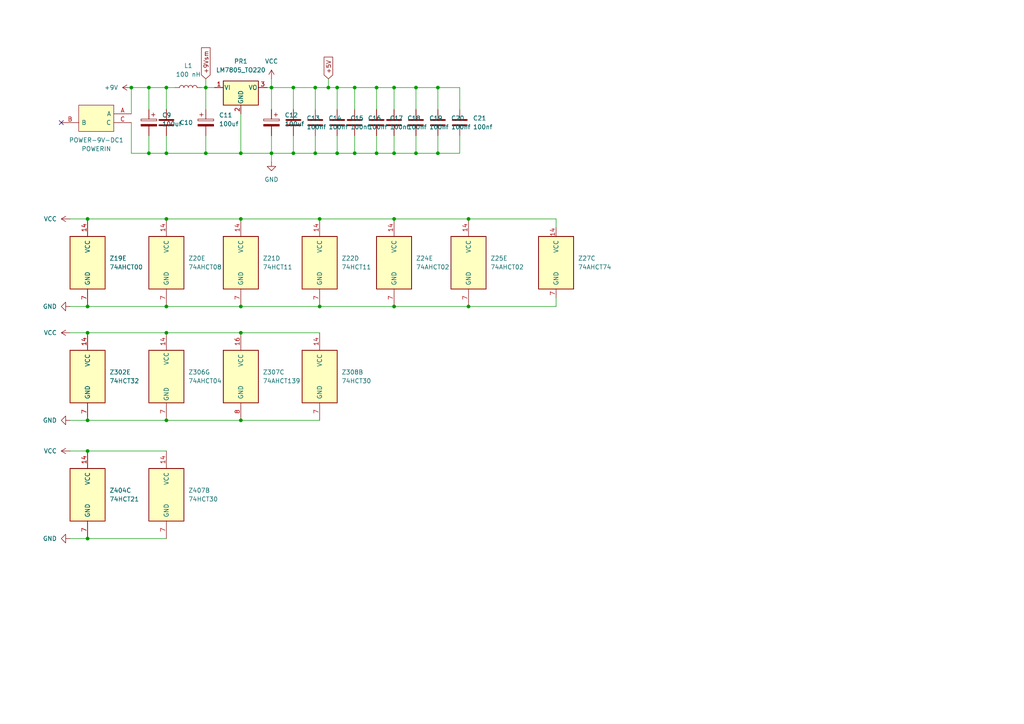
<source format=kicad_sch>
(kicad_sch (version 20211123) (generator eeschema)
  (paper "A4")
  (title_block (title "ACE4NOKB") (date "2020-04-30") (rev "Alpha") (company "Ontobus") (comment 1 "John Bradley") (comment 2 "https://creativecommons.org/licenses/by-nc-sa/4.0/") (comment 3 "Attribution-NonCommercial-ShareAlike 4.0 International License.") (comment 4 "This work is licensed under a Creative Commons "))
  (lib_symbols
    (symbol "74xx-FIX:74LS21" (pin_names (offset 1.016))
      (property "Reference" "U" (at 0 1.27 0))
      (property "Value" "74LS21" (at 0 -1.27 0))
      (symbol "74LS21_1_0"
        (pin no_connect line (at 2.54 -2.54 180) (length 2.54) hide (name "") (number "11"))
        (pin no_connect line (at 2.54 -1.27 180) (length 2.54) hide (name "") (number "3"))
      )
      (symbol "74LS21_1_1"
        (pin input line (at -7.62 3.81 0) (length 3.81) (name "~") (number "1"))
        (pin input line (at -7.62 1.27 0) (length 3.81) (name "~") (number "2"))
        (pin input line (at -7.62 -1.27 0) (length 3.81) (name "~") (number "4"))
        (pin input line (at -7.62 -3.81 0) (length 3.81) (name "~") (number "5"))
        (pin output line (at 7.62 0 180) (length 3.81) (name "~") (number "6"))
      )
      (symbol "74LS21_1_2"
        (pin input inverted (at -7.62 3.81 0) (length 3.81) (name "~") (number "1"))
        (pin input inverted (at -7.62 1.27 0) (length 4.826) (name "~") (number "2"))
        (pin input inverted (at -7.62 -1.27 0) (length 4.826) (name "~") (number "4"))
        (pin input inverted (at -7.62 -3.81 0) (length 3.81) (name "~") (number "5"))
        (pin output inverted (at 7.62 0 180) (length 3.81) (name "~") (number "6"))
      )
      (symbol "74LS21_2_1"
        (pin input line (at -7.62 1.27 0) (length 3.81) (name "~") (number "10"))
        (pin input line (at -7.62 -1.27 0) (length 3.81) (name "~") (number "12"))
        (pin input line (at -7.62 -3.81 0) (length 3.81) (name "~") (number "13"))
        (pin output line (at 7.62 0 180) (length 3.81) (name "~") (number "8"))
        (pin input line (at -7.62 3.81 0) (length 3.81) (name "~") (number "9"))
      )
      (symbol "74LS21_2_2"
        (pin input inverted (at -7.62 1.27 0) (length 4.826) (name "~") (number "10"))
        (pin input inverted (at -7.62 -1.27 0) (length 4.826) (name "~") (number "12"))
        (pin input inverted (at -7.62 -3.81 0) (length 3.81) (name "~") (number "13"))
        (pin output inverted (at 7.62 0 180) (length 3.81) (name "~") (number "8"))
        (pin input inverted (at -7.62 3.81 0) (length 3.81) (name "~") (number "9"))
      )
      (symbol "74LS21_3_0"
        (pin power_in line (at 0 12.7 270) (length 5.08) (name "VCC") (number "14"))
        (pin power_in line (at 0 -12.7 90) (length 5.08) (name "GND") (number "7"))
      )
    )
    (symbol "74xx-FIX:74LS30" (pin_names (offset 1.016))
      (property "Reference" "U" (at 0 1.27 0))
      (property "Value" "74LS30" (at 0 -1.27 0))
      (symbol "74LS30_1_0"
        (pin no_connect line (at 0 -5.08 0) (length 2.54) hide (name "") (number "10"))
        (pin no_connect line (at -1.27 -6.35 0) (length 2.54) hide (name "") (number "13"))
        (pin no_connect line (at 0 -6.35 0) (length 2.54) hide (name "") (number "9"))
      )
      (symbol "74LS30_1_1"
        (pin input line (at -7.62 7.62 0) (length 3.81) (name "~") (number "1"))
        (pin input line (at -7.62 -7.62 0) (length 3.81) (name "~") (number "11"))
        (pin input line (at -7.62 -10.16 0) (length 3.81) (name "~") (number "12"))
        (pin input line (at -7.62 5.08 0) (length 3.81) (name "~") (number "2"))
        (pin input line (at -7.62 2.54 0) (length 3.81) (name "~") (number "3"))
        (pin input line (at -7.62 0 0) (length 3.81) (name "~") (number "4"))
        (pin input line (at -7.62 -2.54 0) (length 3.81) (name "~") (number "5"))
        (pin input line (at -7.62 -5.08 0) (length 3.81) (name "~") (number "6"))
        (pin output inverted (at 7.62 0 180) (length 3.81) (name "~") (number "8"))
      )
      (symbol "74LS30_1_2"
        (pin input inverted (at -7.62 7.62 0) (length 3.81) (name "~") (number "1"))
        (pin input inverted (at -7.62 -7.62 0) (length 3.81) (name "~") (number "11"))
        (pin input inverted (at -7.62 -10.16 0) (length 3.81) (name "~") (number "12"))
        (pin input inverted (at -7.62 5.08 0) (length 3.81) (name "~") (number "2"))
        (pin input inverted (at -7.62 2.54 0) (length 4.5466) (name "~") (number "3"))
        (pin input inverted (at -7.62 0 0) (length 5.08) (name "~") (number "4"))
        (pin input inverted (at -7.62 -2.54 0) (length 4.5466) (name "~") (number "5"))
        (pin input inverted (at -7.62 -5.08 0) (length 3.81) (name "~") (number "6"))
        (pin output line (at 7.62 0 180) (length 3.81) (name "~") (number "8"))
      )
      (symbol "74LS30_2_0"
        (pin power_in line (at 0 12.7 270) (length 5.08) (name "VCC") (number "14"))
        (pin power_in line (at 0 -12.7 90) (length 5.08) (name "GND") (number "7"))
      )
    )
    (symbol "74xx:74LS00" (pin_names (offset 1.016))
      (property "Reference" "U" (at 0 1.27 0))
      (property "Value" "74LS00" (at 0 -1.27 0))
      (symbol "74LS00_1_1"
        (pin input line (at -7.62 2.54 0) (length 3.81) (name "~") (number "1"))
        (pin input line (at -7.62 -2.54 0) (length 3.81) (name "~") (number "2"))
        (pin output inverted (at 7.62 0 180) (length 3.81) (name "~") (number "3"))
      )
      (symbol "74LS00_1_2"
        (pin input inverted (at -7.62 2.54 0) (length 4.318) (name "~") (number "1"))
        (pin input inverted (at -7.62 -2.54 0) (length 4.318) (name "~") (number "2"))
        (pin output line (at 7.62 0 180) (length 3.81) (name "~") (number "3"))
      )
      (symbol "74LS00_2_1"
        (pin input line (at -7.62 2.54 0) (length 3.81) (name "~") (number "4"))
        (pin input line (at -7.62 -2.54 0) (length 3.81) (name "~") (number "5"))
        (pin output inverted (at 7.62 0 180) (length 3.81) (name "~") (number "6"))
      )
      (symbol "74LS00_2_2"
        (pin input inverted (at -7.62 2.54 0) (length 4.318) (name "~") (number "4"))
        (pin input inverted (at -7.62 -2.54 0) (length 4.318) (name "~") (number "5"))
        (pin output line (at 7.62 0 180) (length 3.81) (name "~") (number "6"))
      )
      (symbol "74LS00_3_1"
        (pin input line (at -7.62 -2.54 0) (length 3.81) (name "~") (number "10"))
        (pin output inverted (at 7.62 0 180) (length 3.81) (name "~") (number "8"))
        (pin input line (at -7.62 2.54 0) (length 3.81) (name "~") (number "9"))
      )
      (symbol "74LS00_3_2"
        (pin input inverted (at -7.62 -2.54 0) (length 4.318) (name "~") (number "10"))
        (pin output line (at 7.62 0 180) (length 3.81) (name "~") (number "8"))
        (pin input inverted (at -7.62 2.54 0) (length 4.318) (name "~") (number "9"))
      )
      (symbol "74LS00_4_1"
        (pin output inverted (at 7.62 0 180) (length 3.81) (name "~") (number "11"))
        (pin input line (at -7.62 2.54 0) (length 3.81) (name "~") (number "12"))
        (pin input line (at -7.62 -2.54 0) (length 3.81) (name "~") (number "13"))
      )
      (symbol "74LS00_4_2"
        (pin output line (at 7.62 0 180) (length 3.81) (name "~") (number "11"))
        (pin input inverted (at -7.62 2.54 0) (length 4.318) (name "~") (number "12"))
        (pin input inverted (at -7.62 -2.54 0) (length 4.318) (name "~") (number "13"))
      )
      (symbol "74LS00_5_0"
        (pin power_in line (at 0 12.7 270) (length 5.08) (name "VCC") (number "14"))
        (pin power_in line (at 0 -12.7 90) (length 5.08) (name "GND") (number "7"))
      )
    )
    (symbol "74xx:74LS02" (pin_names (offset 1.016))
      (property "Reference" "U" (at 0 1.27 0))
      (property "Value" "74LS02" (at 0 -1.27 0))
      (symbol "74LS02_1_1"
        (pin output inverted (at 7.62 0 180) (length 3.81) (name "~") (number "1"))
        (pin input line (at -7.62 2.54 0) (length 4.318) (name "~") (number "2"))
        (pin input line (at -7.62 -2.54 0) (length 4.318) (name "~") (number "3"))
      )
      (symbol "74LS02_1_2"
        (pin output line (at 7.62 0 180) (length 3.81) (name "~") (number "1"))
        (pin input inverted (at -7.62 2.54 0) (length 3.81) (name "~") (number "2"))
        (pin input inverted (at -7.62 -2.54 0) (length 3.81) (name "~") (number "3"))
      )
      (symbol "74LS02_2_1"
        (pin output inverted (at 7.62 0 180) (length 3.81) (name "~") (number "4"))
        (pin input line (at -7.62 2.54 0) (length 4.318) (name "~") (number "5"))
        (pin input line (at -7.62 -2.54 0) (length 4.318) (name "~") (number "6"))
      )
      (symbol "74LS02_2_2"
        (pin output line (at 7.62 0 180) (length 3.81) (name "~") (number "4"))
        (pin input inverted (at -7.62 2.54 0) (length 3.81) (name "~") (number "5"))
        (pin input inverted (at -7.62 -2.54 0) (length 3.81) (name "~") (number "6"))
      )
      (symbol "74LS02_3_1"
        (pin output inverted (at 7.62 0 180) (length 3.81) (name "~") (number "10"))
        (pin input line (at -7.62 2.54 0) (length 4.318) (name "~") (number "8"))
        (pin input line (at -7.62 -2.54 0) (length 4.318) (name "~") (number "9"))
      )
      (symbol "74LS02_3_2"
        (pin output line (at 7.62 0 180) (length 3.81) (name "~") (number "10"))
        (pin input inverted (at -7.62 2.54 0) (length 3.81) (name "~") (number "8"))
        (pin input inverted (at -7.62 -2.54 0) (length 3.81) (name "~") (number "9"))
      )
      (symbol "74LS02_4_1"
        (pin input line (at -7.62 2.54 0) (length 4.318) (name "~") (number "11"))
        (pin input line (at -7.62 -2.54 0) (length 4.318) (name "~") (number "12"))
        (pin output inverted (at 7.62 0 180) (length 3.81) (name "~") (number "13"))
      )
      (symbol "74LS02_4_2"
        (pin input inverted (at -7.62 2.54 0) (length 3.81) (name "~") (number "11"))
        (pin input inverted (at -7.62 -2.54 0) (length 3.81) (name "~") (number "12"))
        (pin output line (at 7.62 0 180) (length 3.81) (name "~") (number "13"))
      )
      (symbol "74LS02_5_0"
        (pin power_in line (at 0 12.7 270) (length 5.08) (name "VCC") (number "14"))
        (pin power_in line (at 0 -12.7 90) (length 5.08) (name "GND") (number "7"))
      )
    )
    (symbol "74xx:74LS04"
      (property "Reference" "U" (at 0 1.27 0))
      (property "Value" "74LS04" (at 0 -1.27 0))
      (symbol "74LS04_1_0"
        (pin input line (at -7.62 0 0) (length 3.81) (name "~") (number "1"))
        (pin output inverted (at 7.62 0 180) (length 3.81) (name "~") (number "2"))
      )
      (symbol "74LS04_2_0"
        (pin input line (at -7.62 0 0) (length 3.81) (name "~") (number "3"))
        (pin output inverted (at 7.62 0 180) (length 3.81) (name "~") (number "4"))
      )
      (symbol "74LS04_3_0"
        (pin input line (at -7.62 0 0) (length 3.81) (name "~") (number "5"))
        (pin output inverted (at 7.62 0 180) (length 3.81) (name "~") (number "6"))
      )
      (symbol "74LS04_4_0"
        (pin output inverted (at 7.62 0 180) (length 3.81) (name "~") (number "8"))
        (pin input line (at -7.62 0 0) (length 3.81) (name "~") (number "9"))
      )
      (symbol "74LS04_5_0"
        (pin output inverted (at 7.62 0 180) (length 3.81) (name "~") (number "10"))
        (pin input line (at -7.62 0 0) (length 3.81) (name "~") (number "11"))
      )
      (symbol "74LS04_6_0"
        (pin output inverted (at 7.62 0 180) (length 3.81) (name "~") (number "12"))
        (pin input line (at -7.62 0 0) (length 3.81) (name "~") (number "13"))
      )
      (symbol "74LS04_7_0"
        (pin power_in line (at 0 12.7 270) (length 5.08) (name "VCC") (number "14"))
        (pin power_in line (at 0 -12.7 90) (length 5.08) (name "GND") (number "7"))
      )
    )
    (symbol "74xx:74LS08" (pin_names (offset 1.016))
      (property "Reference" "U" (at 0 1.27 0))
      (property "Value" "74LS08" (at 0 -1.27 0))
      (symbol "74LS08_1_1"
        (pin input line (at -7.62 2.54 0) (length 3.81) (name "~") (number "1"))
        (pin input line (at -7.62 -2.54 0) (length 3.81) (name "~") (number "2"))
        (pin output line (at 7.62 0 180) (length 3.81) (name "~") (number "3"))
      )
      (symbol "74LS08_1_2"
        (pin input inverted (at -7.62 2.54 0) (length 4.318) (name "~") (number "1"))
        (pin input inverted (at -7.62 -2.54 0) (length 4.318) (name "~") (number "2"))
        (pin output inverted (at 7.62 0 180) (length 3.81) (name "~") (number "3"))
      )
      (symbol "74LS08_2_1"
        (pin input line (at -7.62 2.54 0) (length 3.81) (name "~") (number "4"))
        (pin input line (at -7.62 -2.54 0) (length 3.81) (name "~") (number "5"))
        (pin output line (at 7.62 0 180) (length 3.81) (name "~") (number "6"))
      )
      (symbol "74LS08_2_2"
        (pin input inverted (at -7.62 2.54 0) (length 4.318) (name "~") (number "4"))
        (pin input inverted (at -7.62 -2.54 0) (length 4.318) (name "~") (number "5"))
        (pin output inverted (at 7.62 0 180) (length 3.81) (name "~") (number "6"))
      )
      (symbol "74LS08_3_1"
        (pin input line (at -7.62 -2.54 0) (length 3.81) (name "~") (number "10"))
        (pin output line (at 7.62 0 180) (length 3.81) (name "~") (number "8"))
        (pin input line (at -7.62 2.54 0) (length 3.81) (name "~") (number "9"))
      )
      (symbol "74LS08_3_2"
        (pin input inverted (at -7.62 -2.54 0) (length 4.318) (name "~") (number "10"))
        (pin output inverted (at 7.62 0 180) (length 3.81) (name "~") (number "8"))
        (pin input inverted (at -7.62 2.54 0) (length 4.318) (name "~") (number "9"))
      )
      (symbol "74LS08_4_1"
        (pin output line (at 7.62 0 180) (length 3.81) (name "~") (number "11"))
        (pin input line (at -7.62 2.54 0) (length 3.81) (name "~") (number "12"))
        (pin input line (at -7.62 -2.54 0) (length 3.81) (name "~") (number "13"))
      )
      (symbol "74LS08_4_2"
        (pin output inverted (at 7.62 0 180) (length 3.81) (name "~") (number "11"))
        (pin input inverted (at -7.62 2.54 0) (length 4.318) (name "~") (number "12"))
        (pin input inverted (at -7.62 -2.54 0) (length 4.318) (name "~") (number "13"))
      )
      (symbol "74LS08_5_0"
        (pin power_in line (at 0 12.7 270) (length 5.08) (name "VCC") (number "14"))
        (pin power_in line (at 0 -12.7 90) (length 5.08) (name "GND") (number "7"))
      )
    )
    (symbol "74xx:74LS11" (pin_names (offset 1.016))
      (property "Reference" "U" (at 0 1.27 0))
      (property "Value" "74LS11" (at 0 -1.27 0))
      (symbol "74LS11_1_1"
        (pin input line (at -7.62 2.54 0) (length 3.81) (name "~") (number "1"))
        (pin output line (at 7.62 0 180) (length 3.81) (name "~") (number "12"))
        (pin input line (at -7.62 -2.54 0) (length 3.81) (name "~") (number "13"))
        (pin input line (at -7.62 0 0) (length 3.81) (name "~") (number "2"))
      )
      (symbol "74LS11_1_2"
        (pin input inverted (at -7.62 2.54 0) (length 4.318) (name "~") (number "1"))
        (pin output inverted (at 7.62 0 180) (length 3.81) (name "~") (number "12"))
        (pin input inverted (at -7.62 -2.54 0) (length 4.318) (name "~") (number "13"))
        (pin input inverted (at -7.62 0 0) (length 4.953) (name "~") (number "2"))
      )
      (symbol "74LS11_2_1"
        (pin input line (at -7.62 2.54 0) (length 3.81) (name "~") (number "3"))
        (pin input line (at -7.62 0 0) (length 3.81) (name "~") (number "4"))
        (pin input line (at -7.62 -2.54 0) (length 3.81) (name "~") (number "5"))
        (pin output line (at 7.62 0 180) (length 3.81) (name "~") (number "6"))
      )
      (symbol "74LS11_2_2"
        (pin input inverted (at -7.62 2.54 0) (length 4.318) (name "~") (number "3"))
        (pin input inverted (at -7.62 0 0) (length 4.953) (name "~") (number "4"))
        (pin input inverted (at -7.62 -2.54 0) (length 4.318) (name "~") (number "5"))
        (pin output inverted (at 7.62 0 180) (length 3.81) (name "~") (number "6"))
      )
      (symbol "74LS11_3_1"
        (pin input line (at -7.62 0 0) (length 3.81) (name "~") (number "10"))
        (pin input line (at -7.62 -2.54 0) (length 3.81) (name "~") (number "11"))
        (pin output line (at 7.62 0 180) (length 3.81) (name "~") (number "8"))
        (pin input line (at -7.62 2.54 0) (length 3.81) (name "~") (number "9"))
      )
      (symbol "74LS11_3_2"
        (pin input inverted (at -7.62 0 0) (length 4.953) (name "~") (number "10"))
        (pin input inverted (at -7.62 -2.54 0) (length 4.318) (name "~") (number "11"))
        (pin output inverted (at 7.62 0 180) (length 3.81) (name "~") (number "8"))
        (pin input inverted (at -7.62 2.54 0) (length 4.318) (name "~") (number "9"))
      )
      (symbol "74LS11_4_0"
        (pin power_in line (at 0 12.7 270) (length 5.08) (name "VCC") (number "14"))
        (pin power_in line (at 0 -12.7 90) (length 5.08) (name "GND") (number "7"))
      )
    )
    (symbol "74xx:74LS139" (pin_names (offset 1.016))
      (property "Reference" "U" (at -7.62 8.89 0))
      (property "Value" "74LS139" (at -7.62 -8.89 0))
      (symbol "74LS139_1_0"
        (pin input inverted (at -12.7 -5.08 0) (length 5.08) (name "E") (number "1"))
        (pin input line (at -12.7 0 0) (length 5.08) (name "A0") (number "2"))
        (pin input line (at -12.7 2.54 0) (length 5.08) (name "A1") (number "3"))
        (pin output inverted (at 12.7 2.54 180) (length 5.08) (name "O0") (number "4"))
        (pin output inverted (at 12.7 0 180) (length 5.08) (name "O1") (number "5"))
        (pin output inverted (at 12.7 -2.54 180) (length 5.08) (name "O2") (number "6"))
        (pin output inverted (at 12.7 -5.08 180) (length 5.08) (name "O3") (number "7"))
      )
      (symbol "74LS139_2_0"
        (pin output inverted (at 12.7 -2.54 180) (length 5.08) (name "O2") (number "10"))
        (pin output inverted (at 12.7 0 180) (length 5.08) (name "O1") (number "11"))
        (pin output inverted (at 12.7 2.54 180) (length 5.08) (name "O0") (number "12"))
        (pin input line (at -12.7 2.54 0) (length 5.08) (name "A1") (number "13"))
        (pin input line (at -12.7 0 0) (length 5.08) (name "A0") (number "14"))
        (pin input inverted (at -12.7 -5.08 0) (length 5.08) (name "E") (number "15"))
        (pin output inverted (at 12.7 -5.08 180) (length 5.08) (name "O3") (number "9"))
      )
      (symbol "74LS139_3_0"
        (pin power_in line (at 0 12.7 270) (length 5.08) (name "VCC") (number "16"))
        (pin power_in line (at 0 -12.7 90) (length 5.08) (name "GND") (number "8"))
      )
    )
    (symbol "74xx:74LS32" (pin_names (offset 1.016))
      (property "Reference" "U" (at 0 1.27 0))
      (property "Value" "74LS32" (at 0 -1.27 0))
      (symbol "74LS32_1_1"
        (pin input line (at -7.62 2.54 0) (length 4.318) (name "~") (number "1"))
        (pin input line (at -7.62 -2.54 0) (length 4.318) (name "~") (number "2"))
        (pin output line (at 7.62 0 180) (length 3.81) (name "~") (number "3"))
      )
      (symbol "74LS32_1_2"
        (pin input inverted (at -7.62 2.54 0) (length 3.81) (name "~") (number "1"))
        (pin input inverted (at -7.62 -2.54 0) (length 3.81) (name "~") (number "2"))
        (pin output inverted (at 7.62 0 180) (length 3.81) (name "~") (number "3"))
      )
      (symbol "74LS32_2_1"
        (pin input line (at -7.62 2.54 0) (length 4.318) (name "~") (number "4"))
        (pin input line (at -7.62 -2.54 0) (length 4.318) (name "~") (number "5"))
        (pin output line (at 7.62 0 180) (length 3.81) (name "~") (number "6"))
      )
      (symbol "74LS32_2_2"
        (pin input inverted (at -7.62 2.54 0) (length 3.81) (name "~") (number "4"))
        (pin input inverted (at -7.62 -2.54 0) (length 3.81) (name "~") (number "5"))
        (pin output inverted (at 7.62 0 180) (length 3.81) (name "~") (number "6"))
      )
      (symbol "74LS32_3_1"
        (pin input line (at -7.62 -2.54 0) (length 4.318) (name "~") (number "10"))
        (pin output line (at 7.62 0 180) (length 3.81) (name "~") (number "8"))
        (pin input line (at -7.62 2.54 0) (length 4.318) (name "~") (number "9"))
      )
      (symbol "74LS32_3_2"
        (pin input inverted (at -7.62 -2.54 0) (length 3.81) (name "~") (number "10"))
        (pin output inverted (at 7.62 0 180) (length 3.81) (name "~") (number "8"))
        (pin input inverted (at -7.62 2.54 0) (length 3.81) (name "~") (number "9"))
      )
      (symbol "74LS32_4_1"
        (pin output line (at 7.62 0 180) (length 3.81) (name "~") (number "11"))
        (pin input line (at -7.62 2.54 0) (length 4.318) (name "~") (number "12"))
        (pin input line (at -7.62 -2.54 0) (length 4.318) (name "~") (number "13"))
      )
      (symbol "74LS32_4_2"
        (pin output inverted (at 7.62 0 180) (length 3.81) (name "~") (number "11"))
        (pin input inverted (at -7.62 2.54 0) (length 3.81) (name "~") (number "12"))
        (pin input inverted (at -7.62 -2.54 0) (length 3.81) (name "~") (number "13"))
      )
      (symbol "74LS32_5_0"
        (pin power_in line (at 0 12.7 270) (length 5.08) (name "VCC") (number "14"))
        (pin power_in line (at 0 -12.7 90) (length 5.08) (name "GND") (number "7"))
      )
    )
    (symbol "74xx:74LS74" (pin_names (offset 1.016))
      (property "Reference" "U" (at -7.62 8.89 0))
      (property "Value" "74LS74" (at -7.62 -8.89 0))
      (symbol "74LS74_1_0"
        (pin input line (at 0 -7.62 90) (length 2.54) (name "~{R}") (number "1"))
        (pin input line (at -7.62 2.54 0) (length 2.54) (name "D") (number "2"))
        (pin input clock (at -7.62 0 0) (length 2.54) (name "C") (number "3"))
        (pin input line (at 0 7.62 270) (length 2.54) (name "~{S}") (number "4"))
        (pin output line (at 7.62 2.54 180) (length 2.54) (name "Q") (number "5"))
        (pin output line (at 7.62 -2.54 180) (length 2.54) (name "~{Q}") (number "6"))
      )
      (symbol "74LS74_2_0"
        (pin input line (at 0 7.62 270) (length 2.54) (name "~{S}") (number "10"))
        (pin input clock (at -7.62 0 0) (length 2.54) (name "C") (number "11"))
        (pin input line (at -7.62 2.54 0) (length 2.54) (name "D") (number "12"))
        (pin input line (at 0 -7.62 90) (length 2.54) (name "~{R}") (number "13"))
        (pin output line (at 7.62 -2.54 180) (length 2.54) (name "~{Q}") (number "8"))
        (pin output line (at 7.62 2.54 180) (length 2.54) (name "Q") (number "9"))
      )
      (symbol "74LS74_3_0"
        (pin power_in line (at 0 10.16 270) (length 2.54) (name "VCC") (number "14"))
        (pin power_in line (at 0 -10.16 90) (length 2.54) (name "GND") (number "7"))
      )
    )
    (symbol "Device:C" (pin_numbers hide) (pin_names (offset 0.254))
      (property "Reference" "C" (at 0.635 2.54 0))
      (property "Value" "C" (at 0.635 -2.54 0))
      (symbol "C_1_1"
        (pin passive line (at 0 3.81 270) (length 2.794) (name "~") (number "1"))
        (pin passive line (at 0 -3.81 90) (length 2.794) (name "~") (number "2"))
      )
    )
    (symbol "Device:C_Polarized" (pin_numbers hide) (pin_names (offset 0.254))
      (property "Reference" "C" (at 0.635 2.54 0))
      (property "Value" "C_Polarized" (at 0.635 -2.54 0))
      (symbol "C_Polarized_1_1"
        (pin passive line (at 0 3.81 270) (length 2.794) (name "~") (number "1"))
        (pin passive line (at 0 -3.81 90) (length 2.794) (name "~") (number "2"))
      )
    )
    (symbol "ExtraSymbols:163-179PH-EX" (pin_names (offset 0.762))
      (property "Reference" "J" (at 16.51 7.62 0))
      (property "Value" "163-179PH-EX" (at 16.51 5.08 0))
      (symbol "163-179PH-EX_0_0"
        (pin power_out line (at 20.32 -2.54 180) (length 5.08) (name "A") (number "A"))
        (pin power_out line (at 0 0 0) (length 5.08) (name "B") (number "B"))
        (pin power_out line (at 20.32 0 180) (length 5.08) (name "C") (number "C"))
      )
    )
    (symbol "ExtraSymbols:L(PSU)" (pin_numbers hide) (pin_names (offset 1.016) hide)
      (property "Reference" "L" (at -1.27 0 90))
      (property "Value" "L(PSU)" (at 1.905 0 90))
      (symbol "L(PSU)_1_1"
        (pin power_in line (at 0 3.81 270) (length 1.27) (name "1") (number "1"))
        (pin power_out line (at 0 -3.81 90) (length 1.27) (name "2") (number "2"))
      )
    )
    (symbol "Regulator_Linear:LM7805_TO220" (pin_names (offset 0.254))
      (property "Reference" "U" (at -3.81 3.175 0))
      (property "Value" "LM7805_TO220" (at 0 3.175 0))
      (symbol "LM7805_TO220_1_1"
        (pin power_in line (at -7.62 0 0) (length 2.54) (name "VI") (number "1"))
        (pin power_in line (at 0 -7.62 90) (length 2.54) (name "GND") (number "2"))
        (pin power_out line (at 7.62 0 180) (length 2.54) (name "VO") (number "3"))
      )
    )
    (symbol "power:+9V" (power) (pin_names (offset 0))
      (property "Value" "+9V" (at 0 3.556 0))
      (symbol "+9V_1_1"
        (pin power_in line (at 0 0 90) (length 0) hide (name "+9V") (number "1"))
      )
    )
    (symbol "power:GND" (power) (pin_names (offset 0))
      (property "Value" "GND" (at 0 -3.81 0))
      (symbol "GND_1_1"
        (pin power_in line (at 0 0 270) (length 0) hide (name "GND") (number "1"))
      )
    )
    (symbol "power:VCC" (power) (pin_names (offset 0))
      (property "Value" "VCC" (at 0 3.81 0))
      (symbol "VCC_1_1"
        (pin power_in line (at 0 0 90) (length 0) hide (name "VCC") (number "1"))
      )
    )
  )
  (junction (at 95.25 25.4))
  (junction (at 91.44 44.45))
  (junction (at 135.89 88.9))
  (junction (at 48.26 44.45))
  (junction (at 69.85 44.45))
  (junction (at 109.22 44.45))
  (junction (at 102.87 25.4))
  (junction (at 114.3 44.45))
  (junction (at 59.69 44.45))
  (junction (at 69.85 121.92))
  (junction (at 97.79 44.45))
  (junction (at 48.26 96.52))
  (junction (at 85.09 44.45))
  (junction (at 127 44.45))
  (junction (at 127 25.4))
  (junction (at 114.3 63.5))
  (junction (at 48.26 88.9))
  (junction (at 59.69 25.4))
  (junction (at 85.09 25.4))
  (junction (at 78.74 25.4))
  (junction (at 78.74 44.45))
  (junction (at 38.1 25.4))
  (junction (at 48.26 63.5))
  (junction (at 114.3 88.9))
  (junction (at 69.85 63.5))
  (junction (at 43.18 25.4))
  (junction (at 25.4 63.5))
  (junction (at 120.65 25.4))
  (junction (at 135.89 63.5))
  (junction (at 43.18 44.45))
  (junction (at 48.26 121.92))
  (junction (at 25.4 156.21))
  (junction (at 25.4 130.81))
  (junction (at 69.85 88.9))
  (junction (at 25.4 88.9))
  (junction (at 120.65 44.45))
  (junction (at 25.4 121.92))
  (junction (at 91.44 25.4))
  (junction (at 92.71 88.9))
  (junction (at 102.87 44.45))
  (junction (at 92.71 63.5))
  (junction (at 109.22 25.4))
  (junction (at 69.85 96.52))
  (junction (at 25.4 96.52))
  (junction (at 114.3 25.4))
  (junction (at 48.26 25.4))
  (junction (at 97.79 25.4))
  (no_connect (at 17.78 35.56))
  (wire (pts (xy 120.65 25.4) (xy 127 25.4)))
  (wire (pts (xy 161.29 86.36) (xy 161.29 88.9)))
  (wire (pts (xy 127 25.4) (xy 127 31.75)))
  (wire (pts (xy 85.09 44.45) (xy 91.44 44.45)))
  (wire (pts (xy 20.32 88.9) (xy 25.4 88.9)))
  (wire (pts (xy 20.32 96.52) (xy 25.4 96.52)))
  (wire (pts (xy 97.79 25.4) (xy 102.87 25.4)))
  (wire (pts (xy 25.4 88.9) (xy 48.26 88.9)))
  (wire (pts (xy 97.79 25.4) (xy 97.79 31.75)))
  (wire (pts (xy 102.87 39.37) (xy 102.87 44.45)))
  (wire (pts (xy 102.87 44.45) (xy 109.22 44.45)))
  (wire (pts (xy 102.87 25.4) (xy 102.87 31.75)))
  (wire (pts (xy 135.89 88.9) (xy 161.29 88.9)))
  (wire (pts (xy 95.25 22.86) (xy 95.25 25.4)))
  (wire (pts (xy 109.22 44.45) (xy 114.3 44.45)))
  (wire (pts (xy 43.18 39.37) (xy 43.18 44.45)))
  (wire (pts (xy 38.1 35.56) (xy 38.1 44.45)))
  (wire (pts (xy 25.4 63.5) (xy 48.26 63.5)))
  (wire (pts (xy 92.71 63.5) (xy 114.3 63.5)))
  (wire (pts (xy 69.85 96.52) (xy 92.71 96.52)))
  (wire (pts (xy 133.35 25.4) (xy 133.35 31.75)))
  (wire (pts (xy 48.26 121.92) (xy 69.85 121.92)))
  (wire (pts (xy 78.74 39.37) (xy 78.74 44.45)))
  (wire (pts (xy 95.25 25.4) (xy 97.79 25.4)))
  (wire (pts (xy 78.74 22.86) (xy 78.74 25.4)))
  (wire (pts (xy 120.65 44.45) (xy 127 44.45)))
  (wire (pts (xy 91.44 25.4) (xy 91.44 31.75)))
  (wire (pts (xy 78.74 31.75) (xy 78.74 25.4)))
  (wire (pts (xy 25.4 96.52) (xy 48.26 96.52)))
  (wire (pts (xy 78.74 46.99) (xy 78.74 44.45)))
  (wire (pts (xy 97.79 44.45) (xy 102.87 44.45)))
  (wire (pts (xy 69.85 63.5) (xy 92.71 63.5)))
  (wire (pts (xy 114.3 25.4) (xy 120.65 25.4)))
  (wire (pts (xy 48.26 39.37) (xy 48.26 44.45)))
  (wire (pts (xy 69.85 44.45) (xy 78.74 44.45)))
  (wire (pts (xy 25.4 130.81) (xy 48.26 130.81)))
  (wire (pts (xy 20.32 130.81) (xy 25.4 130.81)))
  (wire (pts (xy 91.44 39.37) (xy 91.44 44.45)))
  (wire (pts (xy 133.35 39.37) (xy 133.35 44.45)))
  (wire (pts (xy 102.87 25.4) (xy 109.22 25.4)))
  (wire (pts (xy 20.32 121.92) (xy 25.4 121.92)))
  (wire (pts (xy 135.89 63.5) (xy 161.29 63.5)))
  (wire (pts (xy 48.26 96.52) (xy 69.85 96.52)))
  (wire (pts (xy 92.71 88.9) (xy 114.3 88.9)))
  (wire (pts (xy 114.3 39.37) (xy 114.3 44.45)))
  (wire (pts (xy 62.23 25.4) (xy 59.69 25.4)))
  (wire (pts (xy 58.42 25.4) (xy 59.69 25.4)))
  (wire (pts (xy 48.26 88.9) (xy 69.85 88.9)))
  (wire (pts (xy 109.22 25.4) (xy 114.3 25.4)))
  (wire (pts (xy 50.8 25.4) (xy 48.26 25.4)))
  (wire (pts (xy 78.74 25.4) (xy 85.09 25.4)))
  (wire (pts (xy 120.65 25.4) (xy 120.65 31.75)))
  (wire (pts (xy 38.1 25.4) (xy 38.1 33.02)))
  (wire (pts (xy 20.32 156.21) (xy 25.4 156.21)))
  (wire (pts (xy 85.09 25.4) (xy 91.44 25.4)))
  (wire (pts (xy 85.09 25.4) (xy 85.09 31.75)))
  (wire (pts (xy 59.69 44.45) (xy 69.85 44.45)))
  (wire (pts (xy 48.26 44.45) (xy 43.18 44.45)))
  (wire (pts (xy 109.22 39.37) (xy 109.22 44.45)))
  (wire (pts (xy 91.44 25.4) (xy 95.25 25.4)))
  (wire (pts (xy 69.85 121.92) (xy 92.71 121.92)))
  (wire (pts (xy 109.22 25.4) (xy 109.22 31.75)))
  (wire (pts (xy 127 44.45) (xy 133.35 44.45)))
  (wire (pts (xy 120.65 39.37) (xy 120.65 44.45)))
  (wire (pts (xy 25.4 156.21) (xy 48.26 156.21)))
  (wire (pts (xy 77.47 25.4) (xy 78.74 25.4)))
  (wire (pts (xy 78.74 44.45) (xy 85.09 44.45)))
  (wire (pts (xy 43.18 25.4) (xy 48.26 25.4)))
  (wire (pts (xy 48.26 25.4) (xy 48.26 31.75)))
  (wire (pts (xy 97.79 39.37) (xy 97.79 44.45)))
  (wire (pts (xy 59.69 44.45) (xy 48.26 44.45)))
  (wire (pts (xy 114.3 44.45) (xy 120.65 44.45)))
  (wire (pts (xy 69.85 88.9) (xy 92.71 88.9)))
  (wire (pts (xy 69.85 33.02) (xy 69.85 44.45)))
  (wire (pts (xy 25.4 121.92) (xy 48.26 121.92)))
  (wire (pts (xy 59.69 25.4) (xy 59.69 31.75)))
  (wire (pts (xy 38.1 25.4) (xy 43.18 25.4)))
  (wire (pts (xy 43.18 44.45) (xy 38.1 44.45)))
  (wire (pts (xy 43.18 31.75) (xy 43.18 25.4)))
  (wire (pts (xy 85.09 39.37) (xy 85.09 44.45)))
  (wire (pts (xy 48.26 63.5) (xy 69.85 63.5)))
  (wire (pts (xy 127 39.37) (xy 127 44.45)))
  (wire (pts (xy 91.44 44.45) (xy 97.79 44.45)))
  (wire (pts (xy 127 25.4) (xy 133.35 25.4)))
  (wire (pts (xy 161.29 63.5) (xy 161.29 66.04)))
  (wire (pts (xy 114.3 88.9) (xy 135.89 88.9)))
  (wire (pts (xy 59.69 22.86) (xy 59.69 25.4)))
  (wire (pts (xy 59.69 39.37) (xy 59.69 44.45)))
  (wire (pts (xy 114.3 25.4) (xy 114.3 31.75)))
  (wire (pts (xy 20.32 63.5) (xy 25.4 63.5)))
  (wire (pts (xy 114.3 63.5) (xy 135.89 63.5)))
  (global_label "+9Vsm" (shape input) (at 59.69 22.86 90) (property "Intersheetrefs" "${INTERSHEET_REFS}" (at 59.6106 13.9439 90) (effects (justify left))))
  (global_label "+5V" (shape input) (at 95.25 22.86 90) (property "Intersheet References" "${INTERSHEET_REFS}" (at 95.1706 16.6653 90) (effects (justify left))))
  (symbol (lib_id "Device:C") (at 97.79 35.56 0) (unit 1)
    (property "Reference" "C15" (at 101.6 34.2899 0) (effects (justify left)))
    (property "Value" "100nf" (at 101.6 36.8299 0) (effects (justify left)))
    (property "Footprint" "Capacitor_THT:C_Disc_D3.0mm_W1.6mm_P2.50mm" (effects hide))
    (property "Description" "Vishay 100nF Multilayer Ceramic Capacitor MLCC 50V dc +~-10% X7R Dielectric Radial, Max. Temp. +125C" (effects hide))
    (property "Height" "3" (effects hide))
    (property "RS Part Number" "8523267" (effects hide))
    (property "RS Price/Stock" "http:/uk.rs-online.com/web/p/products/8523267" (effects hide))
    (property "Manufacturer_Name" "Vishay" (effects hide))
    (property "Manufacturer_Part_Number" "K104K10X7RF53H5" (effects hide))
    (property "Allied_Number" "70122995" (effects hide))
  )
  (symbol (lib_id "Device:C") (at 102.87 35.56 0) (unit 1)
    (property "Reference" "C16" (at 106.68 34.2899 0) (effects (justify left)))
    (property "Value" "100nf" (at 106.68 36.8299 0) (effects (justify left)))
    (property "Footprint" "Capacitor_THT:C_Disc_D3.0mm_W1.6mm_P2.50mm" (effects hide))
    (property "Description" "Vishay 100nF Multilayer Ceramic Capacitor MLCC 50V dc +~-10% X7R Dielectric Radial, Max. Temp. +125C" (effects hide))
    (property "Height" "3" (effects hide))
    (property "RS Part Number" "8523267" (effects hide))
    (property "RS Price/Stock" "http:/uk.rs-online.com/web/p/products/8523267" (effects hide))
    (property "Manufacturer_Name" "Vishay" (effects hide))
    (property "Manufacturer_Part_Number" "K104K10X7RF53H5" (effects hide))
    (property "Allied_Number" "70122995" (effects hide))
  )
  (symbol (lib_id "Device:C") (at 109.22 35.56 0) (unit 1)
    (property "Reference" "C17" (at 113.03 34.2899 0) (effects (justify left)))
    (property "Value" "100nf" (at 113.03 36.8299 0) (effects (justify left)))
    (property "Footprint" "Capacitor_THT:C_Disc_D3.0mm_W1.6mm_P2.50mm" (effects hide))
    (property "Description" "Vishay 100nF Multilayer Ceramic Capacitor MLCC 50V dc +~-10% X7R Dielectric Radial, Max. Temp. +125C" (effects hide))
    (property "Height" "3" (effects hide))
    (property "RS Part Number" "8523267" (effects hide))
    (property "RS Price/Stock" "http:/uk.rs-online.com/web/p/products/8523267" (effects hide))
    (property "Manufacturer_Name" "Vishay" (effects hide))
    (property "Manufacturer_Part_Number" "K104K10X7RF53H5" (effects hide))
    (property "Allied_Number" "70122995" (effects hide))
  )
  (symbol (lib_id "Device:C") (at 114.3 35.56 0) (unit 1)
    (property "Reference" "C18" (at 118.11 34.2899 0) (effects (justify left)))
    (property "Value" "100nf" (at 118.11 36.8299 0) (effects (justify left)))
    (property "Footprint" "Capacitor_THT:C_Disc_D3.0mm_W1.6mm_P2.50mm" (effects hide))
    (property "Description" "Vishay 100nF Multilayer Ceramic Capacitor MLCC 50V dc +~-10% X7R Dielectric Radial, Max. Temp. +125C" (effects hide))
    (property "Height" "3" (effects hide))
    (property "RS Part Number" "8523267" (effects hide))
    (property "RS Price/Stock" "http:/uk.rs-online.com/web/p/products/8523267" (effects hide))
    (property "Manufacturer_Name" "Vishay" (effects hide))
    (property "Manufacturer_Part_Number" "K104K10X7RF53H5" (effects hide))
    (property "Allied_Number" "70122995" (effects hide))
  )
  (symbol (lib_id "Device:C") (at 120.65 35.56 0) (unit 1)
    (property "Reference" "C19" (at 124.46 34.2899 0) (effects (justify left)))
    (property "Value" "100nf" (at 124.46 36.8299 0) (effects (justify left)))
    (property "Footprint" "Capacitor_THT:C_Disc_D3.0mm_W1.6mm_P2.50mm" (effects hide))
    (property "Description" "Vishay 100nF Multilayer Ceramic Capacitor MLCC 50V dc +~-10% X7R Dielectric Radial, Max. Temp. +125C" (effects hide))
    (property "Height" "3" (effects hide))
    (property "RS Part Number" "8523267" (effects hide))
    (property "RS Price/Stock" "http:/uk.rs-online.com/web/p/products/8523267" (effects hide))
    (property "Manufacturer_Name" "Vishay" (effects hide))
    (property "Manufacturer_Part_Number" "K104K10X7RF53H5" (effects hide))
    (property "Allied_Number" "70122995" (effects hide))
  )
  (symbol (lib_id "Device:C") (at 127 35.56 0) (unit 1)
    (property "Reference" "C20" (at 130.81 34.2899 0) (effects (justify left)))
    (property "Value" "100nf" (at 130.81 36.8299 0) (effects (justify left)))
    (property "Footprint" "Capacitor_THT:C_Disc_D3.0mm_W1.6mm_P2.50mm" (effects hide))
    (property "Description" "Vishay 100nF Multilayer Ceramic Capacitor MLCC 50V dc +~-10% X7R Dielectric Radial, Max. Temp. +125C" (effects hide))
    (property "Height" "3" (effects hide))
    (property "RS Part Number" "8523267" (effects hide))
    (property "RS Price/Stock" "http:/uk.rs-online.com/web/p/products/8523267" (effects hide))
    (property "Manufacturer_Name" "Vishay" (effects hide))
    (property "Manufacturer_Part_Number" "K104K10X7RF53H5" (effects hide))
    (property "Allied_Number" "70122995" (effects hide))
  )
  (symbol (lib_id "Device:C") (at 91.44 35.56 0) (unit 1)
    (property "Reference" "C14" (at 95.25 34.2899 0) (effects (justify left)))
    (property "Value" "100nf" (at 95.25 36.8299 0) (effects (justify left)))
    (property "Footprint" "Capacitor_THT:C_Disc_D3.0mm_W1.6mm_P2.50mm" (effects hide))
    (property "Description" "Vishay 100nF Multilayer Ceramic Capacitor MLCC 50V dc +~-10% X7R Dielectric Radial, Max. Temp. +125C" (effects hide))
    (property "Height" "3" (effects hide))
    (property "RS Part Number" "8523267" (effects hide))
    (property "RS Price/Stock" "http:/uk.rs-online.com/web/p/products/8523267" (effects hide))
    (property "Manufacturer_Name" "Vishay" (effects hide))
    (property "Manufacturer_Part_Number" "K104K10X7RF53H5" (effects hide))
    (property "Allied_Number" "70122995" (effects hide))
  )
  (symbol (lib_id "Device:C") (at 48.26 35.56 0) (unit 1)
    (property "Reference" "C10" (at 52.07 35.5599 0) (effects (justify left)))
    (property "Value" "100nf" (effects hide))
    (property "Footprint" "Capacitor_THT:C_Disc_D3.0mm_W1.6mm_P2.50mm" (effects hide))
    (property "Description" "Vishay 100nF Multilayer Ceramic Capacitor MLCC 50V dc +~-10% X7R Dielectric Radial, Max. Temp. +125C" (effects hide))
    (property "Height" "3" (effects hide))
    (property "RS Part Number" "8523267" (effects hide))
    (property "RS Price/Stock" "http:/uk.rs-online.com/web/p/products/8523267" (effects hide))
    (property "Manufacturer_Name" "Vishay" (effects hide))
    (property "Manufacturer_Part_Number" "K104K10X7RF53H5" (effects hide))
    (property "Allied_Number" "70122995" (effects hide))
  )
  (symbol (lib_id "ExtraSymbols:L(PSU)") (at 54.61 25.4 90) (unit 1)
    (property "Reference" "L1" (at 54.61 19.05 90))
    (property "Value" "100 nH" (at 54.61 21.59 90))
    (property "Footprint" "ExtraFootprints:KEMET_SBT_0260T" (effects hide))
    (property "Manufacturer_Name" "KEMET" (effects hide))
    (property "Manufacturer_Part_Number" "SBT-0260TF" (effects hide))
  )
  (symbol (lib_id "Device:C_Polarized") (at 43.18 35.56 0) (mirror y) (unit 1)
    (property "Reference" "C9" (at 46.99 33.4009 0) (effects (justify right)))
    (property "Value" "100uf" (at 46.99 35.9409 0) (effects (justify right)))
    (property "Footprint" "Capacitor_THT:CP_Radial_D5.0mm_P2.00mm" (effects hide))
    (property "Manufacturer_Name" "Wurth Elektronik" (effects hide))
    (property "Manufacturer_Part_Number" "860010372006" (effects hide))
  )
  (symbol (lib_id "Device:C_Polarized") (at 78.74 35.56 0) (mirror y) (unit 1)
    (property "Reference" "C12" (at 82.55 33.4009 0) (effects (justify right)))
    (property "Value" "100uf" (at 82.55 35.9409 0) (effects (justify right)))
    (property "Footprint" "Capacitor_THT:CP_Radial_D5.0mm_P2.00mm" (effects hide))
    (property "Manufacturer_Name" "Wurth Elektronik" (effects hide))
    (property "Manufacturer_Part_Number" "860010372006" (effects hide))
  )
  (symbol (lib_id "74xx:74LS139") (at 69.85 109.22 0) (mirror y) (unit 3)
    (property "Reference" "Z307" (at 76.2 107.9499 0) (effects (justify right)))
    (property "Value" "74AHCT139" (at 76.2 110.4899 0) (effects (justify right)))
    (property "Footprint" "Package_DIP:DIP-16_W7.62mm_Socket" (effects hide))
    (property "Datasheet" "http://www.ti.com/lit/ds/symlink/sn74ls139a.pdf" (effects hide))
    (property "Manufacturer_Name" "Texas Instruments" (effects hide))
    (property "Manufacturer_Part_Number" "SN74AHCT139N " (effects hide))
  )
  (symbol (lib_id "Device:C_Polarized") (at 59.69 35.56 0) (unit 1)
    (property "Reference" "C11" (at 63.5 33.4009 0) (effects (justify left)))
    (property "Value" "100uf" (at 63.5 35.9409 0) (effects (justify left)))
    (property "Footprint" "Capacitor_THT:CP_Radial_D5.0mm_P2.00mm" (effects hide))
    (property "Description" "Vishay 100nF Multilayer Ceramic Capacitor MLCC 50V dc +~-10% X7R Dielectric Radial, Max. Temp. +125C" (effects hide))
    (property "Height" "3" (effects hide))
    (property "RS Part Number" "8523267" (effects hide))
    (property "RS Price/Stock" "http:/uk.rs-online.com/web/p/products/8523267" (effects hide))
    (property "Manufacturer_Name" "Wurth Elektronik" (effects hide))
    (property "Manufacturer_Part_Number" "860010372006" (effects hide))
    (property "Allied_Number" "70122995" (effects hide))
  )
  (symbol (lib_id "Device:C") (at 85.09 35.56 0) (unit 1)
    (property "Reference" "C13" (at 88.9 34.2899 0) (effects (justify left)))
    (property "Value" "100nf" (at 88.9 36.8299 0) (effects (justify left)))
    (property "Footprint" "Capacitor_THT:C_Disc_D3.0mm_W1.6mm_P2.50mm" (effects hide))
    (property "Description" "Vishay 100nF Multilayer Ceramic Capacitor MLCC 50V dc +~-10% X7R Dielectric Radial, Max. Temp. +125C" (effects hide))
    (property "Height" "3" (effects hide))
    (property "RS Part Number" "8523267" (effects hide))
    (property "RS Price/Stock" "http:/uk.rs-online.com/web/p/products/8523267" (effects hide))
    (property "Manufacturer_Name" "Vishay" (effects hide))
    (property "Manufacturer_Part_Number" "K104K10X7RF53H5" (effects hide))
    (property "Allied_Number" "70122995" (effects hide))
  )
  (symbol (lib_id "power:GND") (at 78.74 46.99 0) (unit 1)
    (property "Reference" "#~PWR0103" (effects hide))
    (property "Value" "GND" (at 78.74 52.07 0))
  )
  (symbol (lib_id "74xx:74LS32") (at 25.4 109.22 0) (unit 5)
    (property "Reference" "Z302" (at 31.75 107.9499 0) (effects (justify left)))
    (property "Value" "74HCT32" (at 31.75 110.4899 0) (effects (justify left)))
    (property "Footprint" "Package_DIP:DIP-14_W7.62mm_Socket" (effects hide))
    (property "Datasheet" "http://www.ti.com/lit/gpn/sn74LS32" (effects hide))
    (property "Manufacturer_Name" "Texas Instruments" (effects hide))
    (property "Manufacturer_Part_Number" "SN74HCT32NE4" (effects hide))
  )
  (symbol (lib_id "power:GND") (at 20.32 121.92 270) (unit 1)
    (property "Reference" "#~PWR0125" (effects hide))
    (property "Value" "GND" (at 16.51 121.9199 90) (effects (justify right)))
  )
  (symbol (lib_id "power:VCC") (at 20.32 96.52 90) (unit 1)
    (property "Reference" "#~PWR0127" (effects hide))
    (property "Value" "VCC" (at 16.51 96.5199 90) (effects (justify left)))
  )
  (symbol (lib_id "power:VCC") (at 78.74 22.86 0) (unit 1)
    (property "Reference" "#~PWR0102" (effects hide))
    (property "Value" "VCC" (at 78.74 17.78 0))
  )
  (symbol (lib_id "power:GND") (at 20.32 88.9 270) (unit 1)
    (property "Reference" "#~PWR0134" (effects hide))
    (property "Value" "GND" (at 16.51 88.8999 90) (effects (justify right)))
  )
  (symbol (lib_id "power:VCC") (at 20.32 63.5 90) (unit 1)
    (property "Reference" "#~PWR0135" (effects hide))
    (property "Value" "VCC" (at 16.51 63.4999 90) (effects (justify left)))
  )
  (symbol (lib_id "power:GND") (at 20.32 156.21 270) (unit 1)
    (property "Reference" "#~PWR0136" (effects hide))
    (property "Value" "GND" (at 16.51 156.2099 90) (effects (justify right)))
  )
  (symbol (lib_id "power:VCC") (at 20.32 130.81 90) (unit 1)
    (property "Reference" "#~PWR0137" (effects hide))
    (property "Value" "VCC" (at 16.51 130.8099 90) (effects (justify left)))
  )
  (symbol (lib_id "74xx-FIX:74LS21") (at 25.4 143.51 0) (unit 3)
    (property "Reference" "Z404" (at 31.75 142.2399 0) (effects (justify left)))
    (property "Value" "74HCT21" (at 31.75 144.7799 0) (effects (justify left)))
    (property "Footprint" "Package_DIP:DIP-14_W7.62mm_Socket" (effects hide))
    (property "Datasheet" "http://www.ti.com/lit/gpn/sn74LS21" (effects hide))
    (property "Manufacturer_Name" "Texas Instruments" (effects hide))
    (property "Manufacturer_Part_Number" "CD74HCT21E" (effects hide))
  )
  (symbol (lib_id "74xx-FIX:74LS30") (at 92.71 109.22 0) (mirror y) (unit 2)
    (property "Reference" "Z308" (at 99.06 107.9499 0) (effects (justify right)))
    (property "Value" "74HCT30" (at 99.06 110.4899 0) (effects (justify right)))
    (property "Footprint" "Package_DIP:DIP-14_W7.62mm_Socket" (effects hide))
    (property "Datasheet" "http://www.ti.com/lit/gpn/sn74LS30" (effects hide))
    (property "Manufacturer_Name" "Texas Instruments" (effects hide))
    (property "Manufacturer_Part_Number" "CD74HC30E" (effects hide))
  )
  (symbol (lib_id "ExtraSymbols:163-179PH-EX") (at 17.78 35.56 0) (mirror x) (unit 1)
    (property "Reference" "POWER-9V-DC1" (at 27.94 40.64 0))
    (property "Value" "POWERIN" (at 27.94 43.18 0))
    (property "Footprint" "ExtraFootprints:163179PHEX" (effects hide))
    (property "Datasheet" "https://componentsearchengine.com/Datasheets/1/163-179PH-EX.pdf" (effects hide))
    (property "Manufacturer_Name" "Kobiconn" (effects hide))
    (property "Manufacturer_Part_Number" "163-179PH-EX" (effects hide))
    (property "Description" "DC Power Connectors PCB 2.1MM" (effects hide))
    (property "Height" "11" (effects hide))
    (property "Mouser Part Number" "163-179PH-EX" (effects hide))
    (property "Mouser Price/Stock" "https://www.mouser.co.uk/ProductDetail/Kobiconn/163-179PH-EX?qs=Xb8IjHhkxj5l2UOaIqcGCw%3D%3D" (effects hide))
  )
  (symbol (lib_id "Device:C") (at 133.35 35.56 0) (unit 1)
    (property "Reference" "C21" (at 137.16 34.2899 0) (effects (justify left)))
    (property "Value" "100nf" (at 137.16 36.8299 0) (effects (justify left)))
    (property "Footprint" "Capacitor_THT:C_Disc_D3.0mm_W1.6mm_P2.50mm" (effects hide))
    (property "Description" "Vishay 100nF Multilayer Ceramic Capacitor MLCC 50V dc +~-10% X7R Dielectric Radial, Max. Temp. +125C" (effects hide))
    (property "Height" "3" (effects hide))
    (property "RS Part Number" "8523267" (effects hide))
    (property "RS Price/Stock" "http:/uk.rs-online.com/web/p/products/8523267" (effects hide))
    (property "Manufacturer_Name" "Vishay" (effects hide))
    (property "Manufacturer_Part_Number" "K104K10X7RF53H5" (effects hide))
    (property "Allied_Number" "70122995" (effects hide))
  )
  (symbol (lib_id "74xx:74LS02") (at 114.3 76.2 0) (mirror y) (unit 5)
    (property "Reference" "Z24" (at 120.65 74.9299 0) (effects (justify right)))
    (property "Value" "74AHCT02" (at 120.65 77.4699 0) (effects (justify right)))
    (property "Footprint" "Package_DIP:DIP-14_W7.62mm_Socket" (effects hide))
    (property "Datasheet" "http://www.ti.com/lit/gpn/sn74ls02" (effects hide))
    (property "Manufacturer_Name" "Texas Instruments" (effects hide))
    (property "Manufacturer_Part_Number" "SN74AHCT02N" (effects hide))
  )
  (symbol (lib_id "74xx:74LS74") (at 161.29 76.2 0) (mirror y) (unit 3)
    (property "Reference" "Z27" (at 167.64 74.9299 0) (effects (justify right)))
    (property "Value" "74AHCT74" (at 167.64 77.4699 0) (effects (justify right)))
    (property "Footprint" "Package_DIP:DIP-14_W7.62mm_Socket" (effects hide))
    (property "Datasheet" "74xx/74hc_hct74.pdf" (effects hide))
    (property "Manufacturer_Name" "Texas Instruments" (effects hide))
    (property "Manufacturer_Part_Number" "SN74AHCT74N" (effects hide))
  )
  (symbol (lib_id "74xx-FIX:74LS30") (at 48.26 143.51 0) (mirror y) (unit 2)
    (property "Reference" "Z407" (at 54.61 142.2399 0) (effects (justify right)))
    (property "Value" "74HCT30" (at 54.61 144.7799 0) (effects (justify right)))
    (property "Footprint" "Package_DIP:DIP-14_W7.62mm_Socket" (effects hide))
    (property "Datasheet" "http://www.ti.com/lit/gpn/sn74LS30" (effects hide))
    (property "Manufacturer_Name" "Texas Instruments" (effects hide))
    (property "Manufacturer_Part_Number" "CD74HC30E" (effects hide))
  )
  (symbol (lib_id "74xx:74LS04") (at 48.26 109.22 0) (mirror y) (unit 7)
    (property "Reference" "Z306" (at 54.61 107.9499 0) (effects (justify right)))
    (property "Value" "74AHCT04" (at 54.61 110.4899 0) (effects (justify right)))
    (property "Footprint" "Package_DIP:DIP-14_W7.62mm_Socket" (effects hide))
    (property "Datasheet" "http://www.ti.com/lit/gpn/sn74LS04" (effects hide))
    (property "Manufacturer_Name" "Texas Instruments" (effects hide))
    (property "Manufacturer_Part_Number" "SN74AHCT04N" (effects hide))
  )
  (symbol (lib_id "74xx:74LS00") (at 25.4 76.2 0) (mirror y) (unit 5)
    (property "Reference" "Z19" (at 31.75 74.9299 0) (effects (justify right)))
    (property "Value" "74AHCT00" (at 31.75 77.4699 0) (effects (justify right)))
    (property "Footprint" "Package_DIP:DIP-14_W7.62mm_Socket" (effects hide))
    (property "Datasheet" "http://www.ti.com/lit/gpn/sn74ls00" (effects hide))
    (property "Manufacturer_Name" "Texas Instruments" (effects hide))
    (property "Manufacturer_Part_Number" "SN74AHCT00NE4" (effects hide))
  )
  (symbol (lib_id "74xx:74LS02") (at 135.89 76.2 0) (mirror y) (unit 5)
    (property "Reference" "Z25" (at 142.24 74.9299 0) (effects (justify right)))
    (property "Value" "74AHCT02" (at 142.24 77.4699 0) (effects (justify right)))
    (property "Footprint" "Package_DIP:DIP-14_W7.62mm_Socket" (effects hide))
    (property "Datasheet" "http://www.ti.com/lit/gpn/sn74ls02" (effects hide))
    (property "Manufacturer_Name" "Texas Instruments" (effects hide))
    (property "Manufacturer_Part_Number" "SN74AHCT02N" (effects hide))
  )
  (symbol (lib_id "74xx:74LS08") (at 48.26 76.2 0) (mirror y) (unit 5)
    (property "Reference" "Z20" (at 54.61 74.9299 0) (effects (justify right)))
    (property "Value" "74AHCT08" (at 54.61 77.4699 0) (effects (justify right)))
    (property "Footprint" "Package_DIP:DIP-14_W7.62mm_Socket" (effects hide))
    (property "Datasheet" "http://www.ti.com/lit/gpn/sn74LS08" (effects hide))
    (property "Manufacturer_Name" "Texas Instruments" (effects hide))
    (property "Manufacturer_Part_Number" "SN74AHCT08N" (effects hide))
  )
  (symbol (lib_id "74xx:74LS11") (at 92.71 76.2 0) (mirror y) (unit 4)
    (property "Reference" "Z22" (at 99.06 74.9299 0) (effects (justify right)))
    (property "Value" "74HCT11" (at 99.06 77.4699 0) (effects (justify right)))
    (property "Footprint" "Package_DIP:DIP-14_W7.62mm_Socket" (effects hide))
    (property "Datasheet" "http://www.ti.com/lit/gpn/sn74LS11" (effects hide))
    (property "Manufacturer_Name" "Texas Instruments" (effects hide))
    (property "Manufacturer_Part_Number" "CD74HCT11M" (effects hide))
  )
  (symbol (lib_id "74xx:74LS11") (at 69.85 76.2 0) (mirror y) (unit 4)
    (property "Reference" "Z21" (at 76.2 74.9299 0) (effects (justify right)))
    (property "Value" "74HCT11" (at 76.2 77.4699 0) (effects (justify right)))
    (property "Footprint" "Package_DIP:DIP-14_W7.62mm_Socket" (effects hide))
    (property "Datasheet" "http://www.ti.com/lit/gpn/sn74LS11" (effects hide))
    (property "Manufacturer_Name" "Texas Instruments" (effects hide))
    (property "Manufacturer_Part_Number" "CD74HCT11M" (effects hide))
  )
  (symbol (lib_id "power:+9V") (at 38.1 25.4 90) (unit 1)
    (property "Reference" "#~PWR0162" (effects hide))
    (property "Value" "+9V" (at 34.29 25.3999 90) (effects (justify left)))
  )
  (symbol (lib_id "Regulator_Linear:LM7805_TO220") (at 69.85 25.4 0) (unit 1)
    (property "Reference" "PR1" (at 69.85 17.78 0))
    (property "Value" "LM7805_TO220" (at 69.85 20.32 0))
    (property "Footprint" "Package_TO_SOT_THT:TO-220-3_Vertical" (effects hide))
    (property "Datasheet" "https://www.onsemi.cn/PowerSolutions/document/MC7800-D.PDF" (effects hide))
    (property "Manufacturer_Name" "Texas Instruments" (effects hide))
    (property "Manufacturer_Part_Number" "LM7805CT/NOPB" (effects hide))
  )
)
</source>
